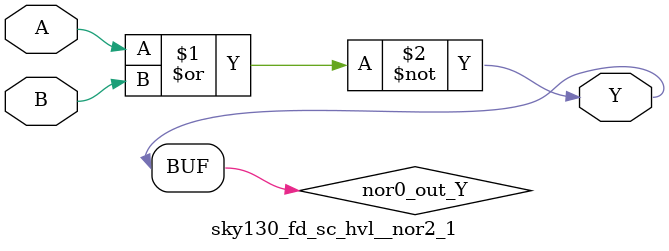
<source format=v>
/*
 * Copyright 2020 The SkyWater PDK Authors
 *
 * Licensed under the Apache License, Version 2.0 (the "License");
 * you may not use this file except in compliance with the License.
 * You may obtain a copy of the License at
 *
 *     https://www.apache.org/licenses/LICENSE-2.0
 *
 * Unless required by applicable law or agreed to in writing, software
 * distributed under the License is distributed on an "AS IS" BASIS,
 * WITHOUT WARRANTIES OR CONDITIONS OF ANY KIND, either express or implied.
 * See the License for the specific language governing permissions and
 * limitations under the License.
 *
 * SPDX-License-Identifier: Apache-2.0
*/


`ifndef SKY130_FD_SC_HVL__NOR2_1_FUNCTIONAL_V
`define SKY130_FD_SC_HVL__NOR2_1_FUNCTIONAL_V

/**
 * nor2: 2-input NOR.
 *
 * Verilog simulation functional model.
 */

`timescale 1ns / 1ps
`default_nettype none

`celldefine
module sky130_fd_sc_hvl__nor2_1 (
    Y,
    A,
    B
);

    // Module ports
    output Y;
    input  A;
    input  B;

    // Local signals
    wire nor0_out_Y;

    //  Name  Output      Other arguments
    nor nor0 (nor0_out_Y, A, B           );
    buf buf0 (Y         , nor0_out_Y     );

endmodule
`endcelldefine

`default_nettype wire
`endif  // SKY130_FD_SC_HVL__NOR2_1_FUNCTIONAL_V

</source>
